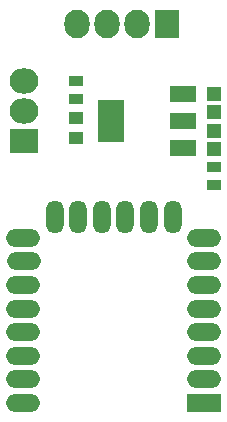
<source format=gbr>
G04 #@! TF.FileFunction,Soldermask,Top*
%FSLAX46Y46*%
G04 Gerber Fmt 4.6, Leading zero omitted, Abs format (unit mm)*
G04 Created by KiCad (PCBNEW 4.0.4+e1-6308~48~ubuntu16.04.1-stable) date Tue Nov 22 20:54:20 2016*
%MOMM*%
%LPD*%
G01*
G04 APERTURE LIST*
%ADD10C,0.100000*%
%ADD11R,2.900000X1.500000*%
%ADD12O,2.900000X1.500000*%
%ADD13O,1.500000X2.800000*%
%ADD14R,2.300000X1.350000*%
%ADD15R,2.300000X3.650000*%
%ADD16R,1.150000X1.200000*%
%ADD17R,1.200000X1.000000*%
%ADD18R,2.127200X2.432000*%
%ADD19O,2.127200X2.432000*%
%ADD20R,1.300000X0.900000*%
%ADD21R,2.432000X2.127200*%
%ADD22O,2.432000X2.127200*%
G04 APERTURE END LIST*
D10*
D11*
X166000000Y-92300000D03*
D12*
X166000000Y-90300000D03*
X166000000Y-88300000D03*
X166000000Y-86300000D03*
X166000000Y-84300000D03*
X166000000Y-82300000D03*
X166000000Y-80300000D03*
X166000000Y-78300000D03*
D13*
X163310000Y-76550000D03*
X161310000Y-76550000D03*
X159310000Y-76550000D03*
X157310000Y-76550000D03*
X155310000Y-76550000D03*
X153310000Y-76550000D03*
D12*
X150600000Y-78300000D03*
X150700000Y-80300000D03*
X150600000Y-82300000D03*
X150600000Y-84300000D03*
X150600000Y-86300000D03*
X150600000Y-88300000D03*
X150600000Y-90300000D03*
X150600000Y-92300000D03*
D14*
X164200000Y-68400000D03*
X164200000Y-66100000D03*
X164200000Y-70700000D03*
D15*
X158100000Y-68400000D03*
D16*
X166800000Y-70750000D03*
X166800000Y-69250000D03*
X166800000Y-66150000D03*
X166800000Y-67650000D03*
D17*
X155100000Y-68150000D03*
X155100000Y-69850000D03*
D18*
X162800000Y-60200000D03*
D19*
X160260000Y-60200000D03*
X157720000Y-60200000D03*
X155180000Y-60200000D03*
D20*
X155100000Y-66550000D03*
X155100000Y-65050000D03*
X166800000Y-72350000D03*
X166800000Y-73850000D03*
D21*
X150700000Y-70100000D03*
D22*
X150700000Y-67560000D03*
X150700000Y-65020000D03*
M02*

</source>
